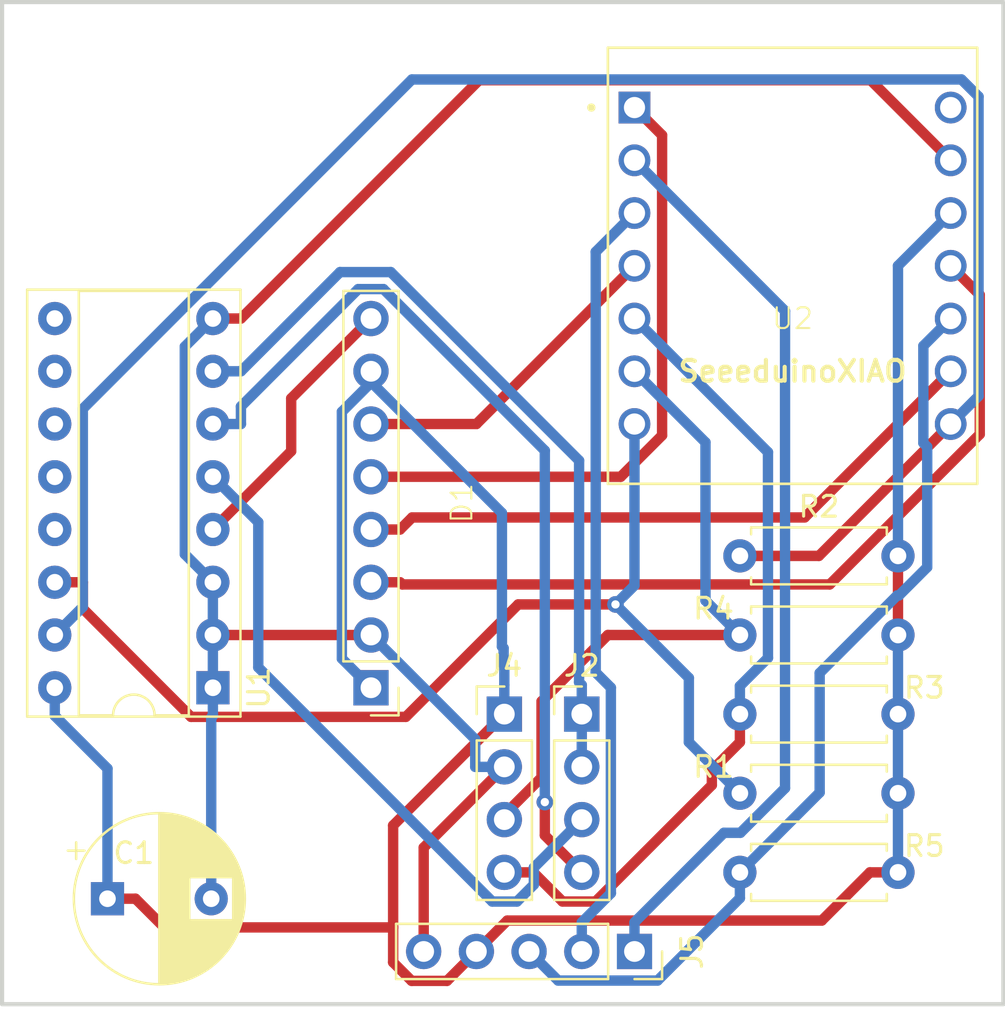
<source format=kicad_pcb>
(kicad_pcb (version 20221018) (generator pcbnew)
  (layers (0 "F.Cu" signal) (31 "B.Cu" signal) (34 "B.Paste" user) (35 "F.Paste" user) (36 "B.SilkS" user "B.Silkscreen") (37 "F.SilkS" user "F.Silkscreen") (38 "B.Mask" user) (39 "F.Mask" user) (44 "Edge.Cuts" user))
  (net 0 "")
  (net 1 "/VCC")
  (net 2 "/GND")
  (net 3 "/DIN")
  (net 4 "/CLK")
  (net 5 "/CS")
  (net 6 "/DC")
  (net 7 "/BL")
  (net 8 "/SDA")
  (net 9 "/SCL")
  (net 10 "/JROT1")
  (net 11 "/JROT2")
  (net 12 "/SCL2")
  (net 13 "/SDA2")
  (net 14 "/SW")
  (net 21 "/SW_DT")
  (net 22 "/SW_CLK")
  (net 23 "/OccBridge")
  (footprint "Resistor_THT:R_Axial_DIN0207_L6.3mm_D2.5mm_P7.62mm_Horizontal" (layer "F.Cu") (at 63.5 58.42)
    (fp_text reference "R4" (at -1.27 -1.27) (layer "F.SilkS"))
    (fp_text value "1K")
    (fp_line (start 0.54 -1.37) (end 7.08 -1.37) (stroke (width 0.12)) (layer "F.SilkS"))
    (fp_line (start 0.54 -1.04) (end 0.54 -1.37) (stroke (width 0.12)) (layer "F.SilkS"))
    (fp_line (start 0.54 1.04) (end 0.54 1.37) (stroke (width 0.12)) (layer "F.SilkS"))
    (fp_line (start 0.54 1.37) (end 7.08 1.37) (stroke (width 0.12)) (layer "F.SilkS"))
    (fp_line (start 7.08 -1.37) (end 7.08 -1.04) (stroke (width 0.12)) (layer "F.SilkS"))
    (fp_line (start 7.08 1.37) (end 7.08 1.04) (stroke (width 0.12)) (layer "F.SilkS"))
    (pad "1" thru_hole circle (at 0 0) (size 1.6 1.6) (drill 0.8) (layers "*.Cu" "*.Mask") (net 9 "/SCL"))
    (pad "2" thru_hole oval (at 7.62 0) (size 1.6 1.6) (drill 0.8) (layers "*.Cu" "*.Mask") (net 1 "/VCC"))
  )
  (footprint "Resistor_THT:R_Axial_DIN0207_L6.3mm_D2.5mm_P7.62mm_Horizontal" (layer "F.Cu") (at 63.5 69.85)
    (fp_text reference "R5" (at 8.89 -1.27) (layer "F.SilkS"))
    (fp_text value "1K")
    (fp_line (start 0.54 -1.37) (end 7.08 -1.37) (stroke (width 0.12)) (layer "F.SilkS"))
    (fp_line (start 0.54 -1.04) (end 0.54 -1.37) (stroke (width 0.12)) (layer "F.SilkS"))
    (fp_line (start 0.54 1.04) (end 0.54 1.37) (stroke (width 0.12)) (layer "F.SilkS"))
    (fp_line (start 0.54 1.37) (end 7.08 1.37) (stroke (width 0.12)) (layer "F.SilkS"))
    (fp_line (start 7.08 -1.37) (end 7.08 -1.04) (stroke (width 0.12)) (layer "F.SilkS"))
    (fp_line (start 7.08 1.37) (end 7.08 1.04) (stroke (width 0.12)) (layer "F.SilkS"))
    (pad "1" thru_hole circle (at 0 0) (size 1.6 1.6) (drill 0.8) (layers "*.Cu" "*.Mask") (net 14 "/SW"))
    (pad "2" thru_hole oval (at 7.62 0) (size 1.6 1.6) (drill 0.8) (layers "*.Cu" "*.Mask") (net 1 "/VCC"))
  )
  (footprint "Connector_PinSocket_2.54mm:PinSocket_1x05_P2.54mm_Vertical" (layer "F.Cu") (at 58.42 73.66 -90)
    (fp_text reference "J5" (at 0 -2.77 90) (layer "F.SilkS"))
    (fp_text value "Conn_01x05_Socket")
    (fp_line (start -1.33 1.27) (end -1.33 11.49) (stroke (width 0.12)) (layer "F.SilkS"))
    (fp_line (start -1.33 1.27) (end 1.33 1.27) (stroke (width 0.12)) (layer "F.SilkS"))
    (fp_line (start -1.33 11.49) (end 1.33 11.49) (stroke (width 0.12)) (layer "F.SilkS"))
    (fp_line (start 0 -1.33) (end 1.33 -1.33) (stroke (width 0.12)) (layer "F.SilkS"))
    (fp_line (start 1.33 -1.33) (end 1.33 0) (stroke (width 0.12)) (layer "F.SilkS"))
    (fp_line (start 1.33 1.27) (end 1.33 11.49) (stroke (width 0.12)) (layer "F.SilkS"))
    (pad "1" thru_hole rect (at 0 0 270) (size 1.7 1.7) (drill 1) (layers "*.Cu" "*.Mask") (net 22 "/SW_CLK"))
    (pad "2" thru_hole oval (at 0 2.54 270) (size 1.7 1.7) (drill 1) (layers "*.Cu" "*.Mask") (net 21 "/SW_DT"))
    (pad "3" thru_hole oval (at 0 5.08 270) (size 1.7 1.7) (drill 1) (layers "*.Cu" "*.Mask") (net 14 "/SW"))
    (pad "4" thru_hole oval (at 0 7.62 270) (size 1.7 1.7) (drill 1) (layers "*.Cu" "*.Mask") (net 1 "/VCC"))
    (pad "5" thru_hole oval (at 0 10.16 270) (size 1.7 1.7) (drill 1) (layers "*.Cu" "*.Mask") (net 2 "/GND"))
  )
  (footprint "OwnLibrary:JoyITDisplayRound2" (layer "F.Cu") (at 52.13 52.07 90)
    (fp_text reference "D1" (at 0 -2.032 90 unlocked) (layer "F.SilkS") (effects (font (thickness 0.1))))
    (fp_text value "JoyITDIsplayRound")
    (fp_line (start -10.22 -5.08) (end -10.22 -6.41) (stroke (width 0.12)) (layer "F.SilkS"))
    (fp_line (start -8.89 -5.08) (end -10.22 -5.08) (stroke (width 0.12)) (layer "F.SilkS"))
    (fp_line (start -7.62 -7.74) (end 10.22 -7.74) (stroke (width 0.12)) (layer "F.SilkS"))
    (fp_line (start -7.62 -5.08) (end -7.62 -7.74) (stroke (width 0.12)) (layer "F.SilkS"))
    (fp_line (start -7.62 -5.08) (end 10.22 -5.08) (stroke (width 0.12)) (layer "F.SilkS"))
    (fp_line (start 10.22 -5.08) (end 10.22 -7.74) (stroke (width 0.12)) (layer "F.SilkS"))
    (pad "1" thru_hole rect (at -8.89 -6.41 180) (size 1.7 1.7) (drill 1) (layers "*.Cu" "*.Mask") (net 1 "/VCC"))
    (pad "2" thru_hole oval (at -6.35 -6.41 180) (size 1.7 1.7) (drill 1) (layers "*.Cu" "*.Mask") (net 2 "/GND"))
    (pad "3" thru_hole oval (at -3.81 -6.41 180) (size 1.7 1.7) (drill 1) (layers "*.Cu" "*.Mask") (net 3 "/DIN"))
    (pad "4" thru_hole oval (at -1.27 -6.41 180) (size 1.7 1.7) (drill 1) (layers "*.Cu" "*.Mask") (net 4 "/CLK"))
    (pad "5" thru_hole oval (at 1.27 -6.41 180) (size 1.7 1.7) (drill 1) (layers "*.Cu" "*.Mask") (net 5 "/CS"))
    (pad "6" thru_hole oval (at 3.81 -6.41 180) (size 1.7 1.7) (drill 1) (layers "*.Cu" "*.Mask") (net 6 "/DC"))
    (pad "7" thru_hole oval (at 6.35 -6.41 180) (size 1.7 1.7) (drill 1) (layers "*.Cu" "*.Mask") (net 1 "/VCC"))
    (pad "8" thru_hole oval (at 8.89 -6.41 180) (size 1.7 1.7) (drill 1) (layers "*.Cu" "*.Mask") (net 7 "/BL"))
  )
  (footprint "Resistor_THT:R_Axial_DIN0207_L6.3mm_D2.5mm_P7.62mm_Horizontal" (layer "F.Cu") (at 63.5 66.04)
    (fp_text reference "R1" (at -1.27 -1.27) (layer "F.SilkS"))
    (fp_text value "1K")
    (fp_line (start 0.54 -1.37) (end 7.08 -1.37) (stroke (width 0.12)) (layer "F.SilkS"))
    (fp_line (start 0.54 -1.04) (end 0.54 -1.37) (stroke (width 0.12)) (layer "F.SilkS"))
    (fp_line (start 0.54 1.04) (end 0.54 1.37) (stroke (width 0.12)) (layer "F.SilkS"))
    (fp_line (start 0.54 1.37) (end 7.08 1.37) (stroke (width 0.12)) (layer "F.SilkS"))
    (fp_line (start 7.08 -1.37) (end 7.08 -1.04) (stroke (width 0.12)) (layer "F.SilkS"))
    (fp_line (start 7.08 1.37) (end 7.08 1.04) (stroke (width 0.12)) (layer "F.SilkS"))
    (pad "1" thru_hole circle (at 0 0) (size 1.6 1.6) (drill 0.8) (layers "*.Cu" "*.Mask") (net 12 "/SCL2"))
    (pad "2" thru_hole oval (at 7.62 0) (size 1.6 1.6) (drill 0.8) (layers "*.Cu" "*.Mask") (net 1 "/VCC"))
  )
  (footprint "Connector_PinHeader_2.54mm:PinHeader_1x04_P2.54mm_Vertical" (layer "F.Cu") (at 55.88 62.23)
    (fp_text reference "J2" (at 0 -2.33) (layer "F.SilkS"))
    (fp_text value "Conn_01x04_Pin")
    (fp_line (start -1.33 -1.33) (end 0 -1.33) (stroke (width 0.12)) (layer "F.SilkS"))
    (fp_line (start -1.33 0) (end -1.33 -1.33) (stroke (width 0.12)) (layer "F.SilkS"))
    (fp_line (start -1.33 1.27) (end -1.33 8.95) (stroke (width 0.12)) (layer "F.SilkS"))
    (fp_line (start -1.33 1.27) (end 1.33 1.27) (stroke (width 0.12)) (layer "F.SilkS"))
    (fp_line (start -1.33 8.95) (end 1.33 8.95) (stroke (width 0.12)) (layer "F.SilkS"))
    (fp_line (start 1.33 1.27) (end 1.33 8.95) (stroke (width 0.12)) (layer "F.SilkS"))
    (pad "1" thru_hole rect (at 0 0) (size 1.7 1.7) (drill 1) (layers "*.Cu" "*.Mask") (net 23 "/OccBridge"))
    (pad "2" thru_hole oval (at 0 2.54) (size 1.7 1.7) (drill 1) (layers "*.Cu" "*.Mask") (net 23 "/OccBridge"))
    (pad "3" thru_hole oval (at 0 5.08) (size 1.7 1.7) (drill 1) (layers "*.Cu" "*.Mask") (net 10 "/JROT1"))
    (pad "4" thru_hole oval (at 0 7.62) (size 1.7 1.7) (drill 1) (layers "*.Cu" "*.Mask") (net 11 "/JROT2"))
  )
  (footprint "Connector_PinHeader_2.54mm:PinHeader_1x04_P2.54mm_Vertical" (layer "F.Cu") (at 52.1467 62.23)
    (fp_text reference "J4" (at 0 -2.33) (layer "F.SilkS"))
    (fp_text value "Conn_01x04_Pin")
    (fp_line (start -1.33 -1.33) (end 0 -1.33) (stroke (width 0.12)) (layer "F.SilkS"))
    (fp_line (start -1.33 0) (end -1.33 -1.33) (stroke (width 0.12)) (layer "F.SilkS"))
    (fp_line (start -1.33 1.27) (end -1.33 8.95) (stroke (width 0.12)) (layer "F.SilkS"))
    (fp_line (start -1.33 1.27) (end 1.33 1.27) (stroke (width 0.12)) (layer "F.SilkS"))
    (fp_line (start -1.33 8.95) (end 1.33 8.95) (stroke (width 0.12)) (layer "F.SilkS"))
    (fp_line (start 1.33 1.27) (end 1.33 8.95) (stroke (width 0.12)) (layer "F.SilkS"))
    (pad "1" thru_hole rect (at 0 0) (size 1.7 1.7) (drill 1) (layers "*.Cu" "*.Mask") (net 1 "/VCC"))
    (pad "2" thru_hole oval (at 0 2.54) (size 1.7 1.7) (drill 1) (layers "*.Cu" "*.Mask") (net 2 "/GND"))
    (pad "3" thru_hole oval (at 0 5.08) (size 1.7 1.7) (drill 1) (layers "*.Cu" "*.Mask") (net 9 "/SCL"))
    (pad "4" thru_hole oval (at 0 7.62) (size 1.7 1.7) (drill 1) (layers "*.Cu" "*.Mask") (net 8 "/SDA"))
  )
  (footprint "Seeeduino XIAOmod:MODULE_102010388" (layer "F.Cu") (at 66.04 40.64)
    (fp_text reference "U2" (at 0 2.54) (layer "F.SilkS") (effects (font (thickness 0.1))))
    (fp_text value "SeeeduinoXIAO" (at 0 5.08) (layer "F.SilkS") (effects (font (thickness 0.2))))
    (fp_line (start -8.9 -10.5) (end -8.9 10.5) (stroke (width 0.127)) (layer "F.SilkS"))
    (fp_line (start -8.9 10.5) (end 8.9 10.5) (stroke (width 0.127)) (layer "F.SilkS"))
    (fp_line (start 8.9 -10.5) (end -8.9 -10.5) (stroke (width 0.127)) (layer "F.SilkS"))
    (fp_line (start 8.9 10.5) (end 8.9 -10.5) (stroke (width 0.127)) (layer "F.SilkS"))
    (fp_circle (center -9.7 -7.62) (end -9.6 -7.62) (stroke (width 0.2)) (fill none) (layer "F.SilkS"))
    (pad "1" thru_hole rect (at -7.62 -7.62) (size 1.53 1.53) (drill 1.02) (layers "*.Cu" "*.Mask") (net 5 "/CS"))
    (pad "2" thru_hole circle (at -7.62 -5.08) (size 1.53 1.53) (drill 1.02) (layers "*.Cu" "*.Mask") (net 22 "/SW_CLK"))
    (pad "3" thru_hole circle (at -7.62 -2.54) (size 1.53 1.53) (drill 1.02) (layers "*.Cu" "*.Mask") (net 21 "/SW_DT"))
    (pad "4" thru_hole circle (at -7.62 0) (size 1.53 1.53) (drill 1.02) (layers "*.Cu" "*.Mask") (net 6 "/DC"))
    (pad "5" thru_hole circle (at -7.62 2.54) (size 1.53 1.53) (drill 1.02) (layers "*.Cu" "*.Mask") (net 8 "/SDA"))
    (pad "6" thru_hole circle (at -7.62 5.08) (size 1.53 1.53) (drill 1.02) (layers "*.Cu" "*.Mask") (net 9 "/SCL"))
    (pad "7" thru_hole circle (at -7.62 7.62) (size 1.53 1.53) (drill 1.02) (layers "*.Cu" "*.Mask") (net 12 "/SCL2"))
    (pad "8" thru_hole circle (at 7.62 7.62) (size 1.53 1.53) (drill 1.02) (layers "*.Cu" "*.Mask") (net 13 "/SDA2"))
    (pad "9" thru_hole circle (at 7.62 5.08) (size 1.53 1.53) (drill 1.02) (layers "*.Cu" "*.Mask") (net 4 "/CLK"))
    (pad "10" thru_hole circle (at 7.62 2.54) (size 1.53 1.53) (drill 1.02) (layers "*.Cu" "*.Mask") (net 14 "/SW"))
    (pad "11" thru_hole circle (at 7.62 0) (size 1.53 1.53) (drill 1.02) (layers "*.Cu" "*.Mask") (net 3 "/DIN"))
    (pad "12" thru_hole circle (at 7.62 -2.54) (size 1.53 1.53) (drill 1.02) (layers "*.Cu" "*.Mask") (net 1 "/VCC"))
    (pad "13" thru_hole circle (at 7.62 -5.08) (size 1.53 1.53) (drill 1.02) (layers "*.Cu" "*.Mask") (net 2 "/GND"))
    (pad "14" thru_hole circle (at 7.62 -7.62) (size 1.53 1.53) (drill 1.02) (layers "*.Cu" "*.Mask"))
  )
  (footprint "Capacitor_THT:CP_Radial_D8.0mm_P5.00mm" (layer "F.Cu") (at 33.02 71.12)
    (fp_text reference "C1" (at 1.267535 -2.198659) (layer "F.SilkS"))
    (fp_text value "C_Polarized")
    (fp_line (start -1.909698 -2.315) (end -1.109698 -2.315) (stroke (width 0.12)) (layer "F.SilkS"))
    (fp_line (start -1.509698 -2.715) (end -1.509698 -1.915) (stroke (width 0.12)) (layer "F.SilkS"))
    (fp_line (start 2.5 -4.08) (end 2.5 4.08) (stroke (width 0.12)) (layer "F.SilkS"))
    (fp_line (start 2.54 -4.08) (end 2.54 4.08) (stroke (width 0.12)) (layer "F.SilkS"))
    (fp_line (start 2.58 -4.08) (end 2.58 4.08) (stroke (width 0.12)) (layer "F.SilkS"))
    (fp_line (start 2.62 -4.079) (end 2.62 4.079) (stroke (width 0.12)) (layer "F.SilkS"))
    (fp_line (start 2.66 -4.077) (end 2.66 4.077) (stroke (width 0.12)) (layer "F.SilkS"))
    (fp_line (start 2.7 -4.076) (end 2.7 4.076) (stroke (width 0.12)) (layer "F.SilkS"))
    (fp_line (start 2.74 -4.074) (end 2.74 4.074) (stroke (width 0.12)) (layer "F.SilkS"))
    (fp_line (start 2.78 -4.071) (end 2.78 4.071) (stroke (width 0.12)) (layer "F.SilkS"))
    (fp_line (start 2.82 -4.068) (end 2.82 4.068) (stroke (width 0.12)) (layer "F.SilkS"))
    (fp_line (start 2.86 -4.065) (end 2.86 4.065) (stroke (width 0.12)) (layer "F.SilkS"))
    (fp_line (start 2.9 -4.061) (end 2.9 4.061) (stroke (width 0.12)) (layer "F.SilkS"))
    (fp_line (start 2.94 -4.057) (end 2.94 4.057) (stroke (width 0.12)) (layer "F.SilkS"))
    (fp_line (start 2.98 -4.052) (end 2.98 4.052) (stroke (width 0.12)) (layer "F.SilkS"))
    (fp_line (start 3.02 -4.048) (end 3.02 4.048) (stroke (width 0.12)) (layer "F.SilkS"))
    (fp_line (start 3.06 -4.042) (end 3.06 4.042) (stroke (width 0.12)) (layer "F.SilkS"))
    (fp_line (start 3.1 -4.037) (end 3.1 4.037) (stroke (width 0.12)) (layer "F.SilkS"))
    (fp_line (start 3.14 -4.03) (end 3.14 4.03) (stroke (width 0.12)) (layer "F.SilkS"))
    (fp_line (start 3.18 -4.024) (end 3.18 4.024) (stroke (width 0.12)) (layer "F.SilkS"))
    (fp_line (start 3.221 -4.017) (end 3.221 4.017) (stroke (width 0.12)) (layer "F.SilkS"))
    (fp_line (start 3.261 -4.01) (end 3.261 4.01) (stroke (width 0.12)) (layer "F.SilkS"))
    (fp_line (start 3.301 -4.002) (end 3.301 4.002) (stroke (width 0.12)) (layer "F.SilkS"))
    (fp_line (start 3.341 -3.994) (end 3.341 3.994) (stroke (width 0.12)) (layer "F.SilkS"))
    (fp_line (start 3.381 -3.985) (end 3.381 3.985) (stroke (width 0.12)) (layer "F.SilkS"))
    (fp_line (start 3.421 -3.976) (end 3.421 3.976) (stroke (width 0.12)) (layer "F.SilkS"))
    (fp_line (start 3.461 -3.967) (end 3.461 3.967) (stroke (width 0.12)) (layer "F.SilkS"))
    (fp_line (start 3.501 -3.957) (end 3.501 3.957) (stroke (width 0.12)) (layer "F.SilkS"))
    (fp_line (start 3.541 -3.947) (end 3.541 3.947) (stroke (width 0.12)) (layer "F.SilkS"))
    (fp_line (start 3.581 -3.936) (end 3.581 3.936) (stroke (width 0.12)) (layer "F.SilkS"))
    (fp_line (start 3.621 -3.925) (end 3.621 3.925) (stroke (width 0.12)) (layer "F.SilkS"))
    (fp_line (start 3.661 -3.914) (end 3.661 3.914) (stroke (width 0.12)) (layer "F.SilkS"))
    (fp_line (start 3.701 -3.902) (end 3.701 3.902) (stroke (width 0.12)) (layer "F.SilkS"))
    (fp_line (start 3.741 -3.889) (end 3.741 3.889) (stroke (width 0.12)) (layer "F.SilkS"))
    (fp_line (start 3.781 -3.877) (end 3.781 3.877) (stroke (width 0.12)) (layer "F.SilkS"))
    (fp_line (start 3.821 -3.863) (end 3.821 3.863) (stroke (width 0.12)) (layer "F.SilkS"))
    (fp_line (start 3.861 -3.85) (end 3.861 3.85) (stroke (width 0.12)) (layer "F.SilkS"))
    (fp_line (start 3.901 -3.835) (end 3.901 3.835) (stroke (width 0.12)) (layer "F.SilkS"))
    (fp_line (start 3.941 -3.821) (end 3.941 3.821) (stroke (width 0.12)) (layer "F.SilkS"))
    (fp_line (start 3.981 -3.805) (end 3.981 -1.04) (stroke (width 0.12)) (layer "F.SilkS"))
    (fp_line (start 3.981 1.04) (end 3.981 3.805) (stroke (width 0.12)) (layer "F.SilkS"))
    (fp_line (start 4.021 -3.79) (end 4.021 -1.04) (stroke (width 0.12)) (layer "F.SilkS"))
    (fp_line (start 4.021 1.04) (end 4.021 3.79) (stroke (width 0.12)) (layer "F.SilkS"))
    (fp_line (start 4.061 -3.774) (end 4.061 -1.04) (stroke (width 0.12)) (layer "F.SilkS"))
    (fp_line (start 4.061 1.04) (end 4.061 3.774) (stroke (width 0.12)) (layer "F.SilkS"))
    (fp_line (start 4.101 -3.757) (end 4.101 -1.04) (stroke (width 0.12)) (layer "F.SilkS"))
    (fp_line (start 4.101 1.04) (end 4.101 3.757) (stroke (width 0.12)) (layer "F.SilkS"))
    (fp_line (start 4.141 -3.74) (end 4.141 -1.04) (stroke (width 0.12)) (layer "F.SilkS"))
    (fp_line (start 4.141 1.04) (end 4.141 3.74) (stroke (width 0.12)) (layer "F.SilkS"))
    (fp_line (start 4.181 -3.722) (end 4.181 -1.04) (stroke (width 0.12)) (layer "F.SilkS"))
    (fp_line (start 4.181 1.04) (end 4.181 3.722) (stroke (width 0.12)) (layer "F.SilkS"))
    (fp_line (start 4.221 -3.704) (end 4.221 -1.04) (stroke (width 0.12)) (layer "F.SilkS"))
    (fp_line (start 4.221 1.04) (end 4.221 3.704) (stroke (width 0.12)) (layer "F.SilkS"))
    (fp_line (start 4.261 -3.686) (end 4.261 -1.04) (stroke (width 0.12)) (layer "F.SilkS"))
    (fp_line (start 4.261 1.04) (end 4.261 3.686) (stroke (width 0.12)) (layer "F.SilkS"))
    (fp_line (start 4.301 -3.666) (end 4.301 -1.04) (stroke (width 0.12)) (layer "F.SilkS"))
    (fp_line (start 4.301 1.04) (end 4.301 3.666) (stroke (width 0.12)) (layer "F.SilkS"))
    (fp_line (start 4.341 -3.647) (end 4.341 -1.04) (stroke (width 0.12)) (layer "F.SilkS"))
    (fp_line (start 4.341 1.04) (end 4.341 3.647) (stroke (width 0.12)) (layer "F.SilkS"))
    (fp_line (start 4.381 -3.627) (end 4.381 -1.04) (stroke (width 0.12)) (layer "F.SilkS"))
    (fp_line (start 4.381 1.04) (end 4.381 3.627) (stroke (width 0.12)) (layer "F.SilkS"))
    (fp_line (start 4.421 -3.606) (end 4.421 -1.04) (stroke (width 0.12)) (layer "F.SilkS"))
    (fp_line (start 4.421 1.04) (end 4.421 3.606) (stroke (width 0.12)) (layer "F.SilkS"))
    (fp_line (start 4.461 -3.584) (end 4.461 -1.04) (stroke (width 0.12)) (layer "F.SilkS"))
    (fp_line (start 4.461 1.04) (end 4.461 3.584) (stroke (width 0.12)) (layer "F.SilkS"))
    (fp_line (start 4.501 -3.562) (end 4.501 -1.04) (stroke (width 0.12)) (layer "F.SilkS"))
    (fp_line (start 4.501 1.04) (end 4.501 3.562) (stroke (width 0.12)) (layer "F.SilkS"))
    (fp_line (start 4.541 -3.54) (end 4.541 -1.04) (stroke (width 0.12)) (layer "F.SilkS"))
    (fp_line (start 4.541 1.04) (end 4.541 3.54) (stroke (width 0.12)) (layer "F.SilkS"))
    (fp_line (start 4.581 -3.517) (end 4.581 -1.04) (stroke (width 0.12)) (layer "F.SilkS"))
    (fp_line (start 4.581 1.04) (end 4.581 3.517) (stroke (width 0.12)) (layer "F.SilkS"))
    (fp_line (start 4.621 -3.493) (end 4.621 -1.04) (stroke (width 0.12)) (layer "F.SilkS"))
    (fp_line (start 4.621 1.04) (end 4.621 3.493) (stroke (width 0.12)) (layer "F.SilkS"))
    (fp_line (start 4.661 -3.469) (end 4.661 -1.04) (stroke (width 0.12)) (layer "F.SilkS"))
    (fp_line (start 4.661 1.04) (end 4.661 3.469) (stroke (width 0.12)) (layer "F.SilkS"))
    (fp_line (start 4.701 -3.444) (end 4.701 -1.04) (stroke (width 0.12)) (layer "F.SilkS"))
    (fp_line (start 4.701 1.04) (end 4.701 3.444) (stroke (width 0.12)) (layer "F.SilkS"))
    (fp_line (start 4.741 -3.418) (end 4.741 -1.04) (stroke (width 0.12)) (layer "F.SilkS"))
    (fp_line (start 4.741 1.04) (end 4.741 3.418) (stroke (width 0.12)) (layer "F.SilkS"))
    (fp_line (start 4.781 -3.392) (end 4.781 -1.04) (stroke (width 0.12)) (layer "F.SilkS"))
    (fp_line (start 4.781 1.04) (end 4.781 3.392) (stroke (width 0.12)) (layer "F.SilkS"))
    (fp_line (start 4.821 -3.365) (end 4.821 -1.04) (stroke (width 0.12)) (layer "F.SilkS"))
    (fp_line (start 4.821 1.04) (end 4.821 3.365) (stroke (width 0.12)) (layer "F.SilkS"))
    (fp_line (start 4.861 -3.338) (end 4.861 -1.04) (stroke (width 0.12)) (layer "F.SilkS"))
    (fp_line (start 4.861 1.04) (end 4.861 3.338) (stroke (width 0.12)) (layer "F.SilkS"))
    (fp_line (start 4.901 -3.309) (end 4.901 -1.04) (stroke (width 0.12)) (layer "F.SilkS"))
    (fp_line (start 4.901 1.04) (end 4.901 3.309) (stroke (width 0.12)) (layer "F.SilkS"))
    (fp_line (start 4.941 -3.28) (end 4.941 -1.04) (stroke (width 0.12)) (layer "F.SilkS"))
    (fp_line (start 4.941 1.04) (end 4.941 3.28) (stroke (width 0.12)) (layer "F.SilkS"))
    (fp_line (start 4.981 -3.25) (end 4.981 -1.04) (stroke (width 0.12)) (layer "F.SilkS"))
    (fp_line (start 4.981 1.04) (end 4.981 3.25) (stroke (width 0.12)) (layer "F.SilkS"))
    (fp_line (start 5.021 -3.22) (end 5.021 -1.04) (stroke (width 0.12)) (layer "F.SilkS"))
    (fp_line (start 5.021 1.04) (end 5.021 3.22) (stroke (width 0.12)) (layer "F.SilkS"))
    (fp_line (start 5.061 -3.189) (end 5.061 -1.04) (stroke (width 0.12)) (layer "F.SilkS"))
    (fp_line (start 5.061 1.04) (end 5.061 3.189) (stroke (width 0.12)) (layer "F.SilkS"))
    (fp_line (start 5.101 -3.156) (end 5.101 -1.04) (stroke (width 0.12)) (layer "F.SilkS"))
    (fp_line (start 5.101 1.04) (end 5.101 3.156) (stroke (width 0.12)) (layer "F.SilkS"))
    (fp_line (start 5.141 -3.124) (end 5.141 -1.04) (stroke (width 0.12)) (layer "F.SilkS"))
    (fp_line (start 5.141 1.04) (end 5.141 3.124) (stroke (width 0.12)) (layer "F.SilkS"))
    (fp_line (start 5.181 -3.09) (end 5.181 -1.04) (stroke (width 0.12)) (layer "F.SilkS"))
    (fp_line (start 5.181 1.04) (end 5.181 3.09) (stroke (width 0.12)) (layer "F.SilkS"))
    (fp_line (start 5.221 -3.055) (end 5.221 -1.04) (stroke (width 0.12)) (layer "F.SilkS"))
    (fp_line (start 5.221 1.04) (end 5.221 3.055) (stroke (width 0.12)) (layer "F.SilkS"))
    (fp_line (start 5.261 -3.019) (end 5.261 -1.04) (stroke (width 0.12)) (layer "F.SilkS"))
    (fp_line (start 5.261 1.04) (end 5.261 3.019) (stroke (width 0.12)) (layer "F.SilkS"))
    (fp_line (start 5.301 -2.983) (end 5.301 -1.04) (stroke (width 0.12)) (layer "F.SilkS"))
    (fp_line (start 5.301 1.04) (end 5.301 2.983) (stroke (width 0.12)) (layer "F.SilkS"))
    (fp_line (start 5.341 -2.945) (end 5.341 -1.04) (stroke (width 0.12)) (layer "F.SilkS"))
    (fp_line (start 5.341 1.04) (end 5.341 2.945) (stroke (width 0.12)) (layer "F.SilkS"))
    (fp_line (start 5.381 -2.907) (end 5.381 -1.04) (stroke (width 0.12)) (layer "F.SilkS"))
    (fp_line (start 5.381 1.04) (end 5.381 2.907) (stroke (width 0.12)) (layer "F.SilkS"))
    (fp_line (start 5.421 -2.867) (end 5.421 -1.04) (stroke (width 0.12)) (layer "F.SilkS"))
    (fp_line (start 5.421 1.04) (end 5.421 2.867) (stroke (width 0.12)) (layer "F.SilkS"))
    (fp_line (start 5.461 -2.826) (end 5.461 -1.04) (stroke (width 0.12)) (layer "F.SilkS"))
    (fp_line (start 5.461 1.04) (end 5.461 2.826) (stroke (width 0.12)) (layer "F.SilkS"))
    (fp_line (start 5.501 -2.784) (end 5.501 -1.04) (stroke (width 0.12)) (layer "F.SilkS"))
    (fp_line (start 5.501 1.04) (end 5.501 2.784) (stroke (width 0.12)) (layer "F.SilkS"))
    (fp_line (start 5.541 -2.741) (end 5.541 -1.04) (stroke (width 0.12)) (layer "F.SilkS"))
    (fp_line (start 5.541 1.04) (end 5.541 2.741) (stroke (width 0.12)) (layer "F.SilkS"))
    (fp_line (start 5.581 -2.697) (end 5.581 -1.04) (stroke (width 0.12)) (layer "F.SilkS"))
    (fp_line (start 5.581 1.04) (end 5.581 2.697) (stroke (width 0.12)) (layer "F.SilkS"))
    (fp_line (start 5.621 -2.651) (end 5.621 -1.04) (stroke (width 0.12)) (layer "F.SilkS"))
    (fp_line (start 5.621 1.04) (end 5.621 2.651) (stroke (width 0.12)) (layer "F.SilkS"))
    (fp_line (start 5.661 -2.604) (end 5.661 -1.04) (stroke (width 0.12)) (layer "F.SilkS"))
    (fp_line (start 5.661 1.04) (end 5.661 2.604) (stroke (width 0.12)) (layer "F.SilkS"))
    (fp_line (start 5.701 -2.556) (end 5.701 -1.04) (stroke (width 0.12)) (layer "F.SilkS"))
    (fp_line (start 5.701 1.04) (end 5.701 2.556) (stroke (width 0.12)) (layer "F.SilkS"))
    (fp_line (start 5.741 -2.505) (end 5.741 -1.04) (stroke (width 0.12)) (layer "F.SilkS"))
    (fp_line (start 5.741 1.04) (end 5.741 2.505) (stroke (width 0.12)) (layer "F.SilkS"))
    (fp_line (start 5.781 -2.454) (end 5.781 -1.04) (stroke (width 0.12)) (layer "F.SilkS"))
    (fp_line (start 5.781 1.04) (end 5.781 2.454) (stroke (width 0.12)) (layer "F.SilkS"))
    (fp_line (start 5.821 -2.4) (end 5.821 -1.04) (stroke (width 0.12)) (layer "F.SilkS"))
    (fp_line (start 5.821 1.04) (end 5.821 2.4) (stroke (width 0.12)) (layer "F.SilkS"))
    (fp_line (start 5.861 -2.345) (end 5.861 -1.04) (stroke (width 0.12)) (layer "F.SilkS"))
    (fp_line (start 5.861 1.04) (end 5.861 2.345) (stroke (width 0.12)) (layer "F.SilkS"))
    (fp_line (start 5.901 -2.287) (end 5.901 -1.04) (stroke (width 0.12)) (layer "F.SilkS"))
    (fp_line (start 5.901 1.04) (end 5.901 2.287) (stroke (width 0.12)) (layer "F.SilkS"))
    (fp_line (start 5.941 -2.228) (end 5.941 -1.04) (stroke (width 0.12)) (layer "F.SilkS"))
    (fp_line (start 5.941 1.04) (end 5.941 2.228) (stroke (width 0.12)) (layer "F.SilkS"))
    (fp_line (start 5.981 -2.166) (end 5.981 -1.04) (stroke (width 0.12)) (layer "F.SilkS"))
    (fp_line (start 5.981 1.04) (end 5.981 2.166) (stroke (width 0.12)) (layer "F.SilkS"))
    (fp_line (start 6.021 -2.102) (end 6.021 -1.04) (stroke (width 0.12)) (layer "F.SilkS"))
    (fp_line (start 6.021 1.04) (end 6.021 2.102) (stroke (width 0.12)) (layer "F.SilkS"))
    (fp_line (start 6.061 -2.034) (end 6.061 2.034) (stroke (width 0.12)) (layer "F.SilkS"))
    (fp_line (start 6.101 -1.964) (end 6.101 1.964) (stroke (width 0.12)) (layer "F.SilkS"))
    (fp_line (start 6.141 -1.89) (end 6.141 1.89) (stroke (width 0.12)) (layer "F.SilkS"))
    (fp_line (start 6.181 -1.813) (end 6.181 1.813) (stroke (width 0.12)) (layer "F.SilkS"))
    (fp_line (start 6.221 -1.731) (end 6.221 1.731) (stroke (width 0.12)) (layer "F.SilkS"))
    (fp_line (start 6.261 -1.645) (end 6.261 1.645) (stroke (width 0.12)) (layer "F.SilkS"))
    (fp_line (start 6.301 -1.552) (end 6.301 1.552) (stroke (width 0.12)) (layer "F.SilkS"))
    (fp_line (start 6.341 -1.453) (end 6.341 1.453) (stroke (width 0.12)) (layer "F.SilkS"))
    (fp_line (start 6.381 -1.346) (end 6.381 1.346) (stroke (width 0.12)) (layer "F.SilkS"))
    (fp_line (start 6.421 -1.229) (end 6.421 1.229) (stroke (width 0.12)) (layer "F.SilkS"))
    (fp_line (start 6.461 -1.098) (end 6.461 1.098) (stroke (width 0.12)) (layer "F.SilkS"))
    (fp_line (start 6.501 -0.948) (end 6.501 0.948) (stroke (width 0.12)) (layer "F.SilkS"))
    (fp_line (start 6.541 -0.768) (end 6.541 0.768) (stroke (width 0.12)) (layer "F.SilkS"))
    (fp_line (start 6.581 -0.533) (end 6.581 0.533) (stroke (width 0.12)) (layer "F.SilkS"))
    (fp_circle (center 2.5 0) (end 6.62 0) (stroke (width 0.12)) (fill none) (layer "F.SilkS"))
    (pad "1" thru_hole rect (at 0 0) (size 1.6 1.6) (drill 0.8) (layers "*.Cu" "*.Mask") (net 1 "/VCC"))
    (pad "2" thru_hole circle (at 5 0) (size 1.6 1.6) (drill 0.8) (layers "*.Cu" "*.Mask") (net 2 "/GND"))
  )
  (footprint "Resistor_THT:R_Axial_DIN0207_L6.3mm_D2.5mm_P7.62mm_Horizontal" (layer "F.Cu") (at 63.5 54.61)
    (fp_text reference "R2" (at 3.81 -2.37) (layer "F.SilkS"))
    (fp_text value "1K")
    (fp_line (start 0.54 -1.37) (end 7.08 -1.37) (stroke (width 0.12)) (layer "F.SilkS"))
    (fp_line (start 0.54 -1.04) (end 0.54 -1.37) (stroke (width 0.12)) (layer "F.SilkS"))
    (fp_line (start 0.54 1.04) (end 0.54 1.37) (stroke (width 0.12)) (layer "F.SilkS"))
    (fp_line (start 0.54 1.37) (end 7.08 1.37) (stroke (width 0.12)) (layer "F.SilkS"))
    (fp_line (start 7.08 -1.37) (end 7.08 -1.04) (stroke (width 0.12)) (layer "F.SilkS"))
    (fp_line (start 7.08 1.37) (end 7.08 1.04) (stroke (width 0.12)) (layer "F.SilkS"))
    (pad "1" thru_hole circle (at 0 0) (size 1.6 1.6) (drill 0.8) (layers "*.Cu" "*.Mask") (net 13 "/SDA2"))
    (pad "2" thru_hole oval (at 7.62 0) (size 1.6 1.6) (drill 0.8) (layers "*.Cu" "*.Mask") (net 1 "/VCC"))
  )
  (footprint "Package_DIP:DIP-16_W7.62mm_Socket" (layer "F.Cu") (at 38.1 60.96 180)
    (fp_text reference "U1" (at -2.21017 -0.001815 90) (layer "F.SilkS"))
    (fp_text value "PCF8574A")
    (fp_line (start -1.33 -1.39) (end -1.33 19.17) (stroke (width 0.12)) (layer "F.SilkS"))
    (fp_line (start -1.33 19.17) (end 8.95 19.17) (stroke (width 0.12)) (layer "F.SilkS"))
    (fp_line (start 1.16 -1.33) (end 1.16 19.11) (stroke (width 0.12)) (layer "F.SilkS"))
    (fp_line (start 1.16 19.11) (end 6.46 19.11) (stroke (width 0.12)) (layer "F.SilkS"))
    (fp_line (start 2.81 -1.33) (end 1.16 -1.33) (stroke (width 0.12)) (layer "F.SilkS"))
    (fp_line (start 6.46 -1.33) (end 4.81 -1.33) (stroke (width 0.12)) (layer "F.SilkS"))
    (fp_line (start 6.46 19.11) (end 6.46 -1.33) (stroke (width 0.12)) (layer "F.SilkS"))
    (fp_line (start 8.95 -1.39) (end -1.33 -1.39) (stroke (width 0.12)) (layer "F.SilkS"))
    (fp_line (start 8.95 19.17) (end 8.95 -1.39) (stroke (width 0.12)) (layer "F.SilkS"))
    (fp_arc (start 4.81 -1.33) (mid 3.81 -0.33) (end 2.81 -1.33) (stroke (width 0.12)) (layer "F.SilkS"))
    (pad "1" thru_hole rect (at 0 0 180) (size 1.6 1.6) (drill 0.8) (layers "*.Cu" "*.Mask") (net 2 "/GND"))
    (pad "2" thru_hole oval (at 0 2.54 180) (size 1.6 1.6) (drill 0.8) (layers "*.Cu" "*.Mask") (net 2 "/GND"))
    (pad "3" thru_hole oval (at 0 5.08 180) (size 1.6 1.6) (drill 0.8) (layers "*.Cu" "*.Mask") (net 2 "/GND"))
    (pad "4" thru_hole oval (at 0 7.62 180) (size 1.6 1.6) (drill 0.8) (layers "*.Cu" "*.Mask") (net 7 "/BL"))
    (pad "5" thru_hole oval (at 0 10.16 180) (size 1.6 1.6) (drill 0.8) (layers "*.Cu" "*.Mask") (net 10 "/JROT1"))
    (pad "6" thru_hole oval (at 0 12.7 180) (size 1.6 1.6) (drill 0.8) (layers "*.Cu" "*.Mask") (net 11 "/JROT2"))
    (pad "7" thru_hole oval (at 0 15.24 180) (size 1.6 1.6) (drill 0.8) (layers "*.Cu" "*.Mask") (net 23 "/OccBridge"))
    (pad "8" thru_hole oval (at 0 17.78 180) (size 1.6 1.6) (drill 0.8) (layers "*.Cu" "*.Mask") (net 2 "/GND"))
    (pad "9" thru_hole oval (at 7.62 17.78 180) (size 1.6 1.6) (drill 0.8) (layers "*.Cu" "*.Mask"))
    (pad "10" thru_hole oval (at 7.62 15.24 180) (size 1.6 1.6) (drill 0.8) (layers "*.Cu" "*.Mask"))
    (pad "11" thru_hole oval (at 7.62 12.7 180) (size 1.6 1.6) (drill 0.8) (layers "*.Cu" "*.Mask"))
    (pad "12" thru_hole oval (at 7.62 10.16 180) (size 1.6 1.6) (drill 0.8) (layers "*.Cu" "*.Mask"))
    (pad "13" thru_hole oval (at 7.62 7.62 180) (size 1.6 1.6) (drill 0.8) (layers "*.Cu" "*.Mask"))
    (pad "14" thru_hole oval (at 7.62 5.08 180) (size 1.6 1.6) (drill 0.8) (layers "*.Cu" "*.Mask") (net 12 "/SCL2"))
    (pad "15" thru_hole oval (at 7.62 2.54 180) (size 1.6 1.6) (drill 0.8) (layers "*.Cu" "*.Mask") (net 13 "/SDA2"))
    (pad "16" thru_hole oval (at 7.62 0 180) (size 1.6 1.6) (drill 0.8) (layers "*.Cu" "*.Mask") (net 1 "/VCC"))
  )
  (footprint "Resistor_THT:R_Axial_DIN0207_L6.3mm_D2.5mm_P7.62mm_Horizontal" (layer "F.Cu") (at 71.12 62.23 180)
    (fp_text reference "R3" (at -1.27 1.27) (layer "F.SilkS"))
    (fp_text value "R")
    (fp_line (start 0.54 -1.37) (end 7.08 -1.37) (stroke (width 0.12)) (layer "F.SilkS"))
    (fp_line (start 0.54 -1.04) (end 0.54 -1.37) (stroke (width 0.12)) (layer "F.SilkS"))
    (fp_line (start 0.54 1.04) (end 0.54 1.37) (stroke (width 0.12)) (layer "F.SilkS"))
    (fp_line (start 0.54 1.37) (end 7.08 1.37) (stroke (width 0.12)) (layer "F.SilkS"))
    (fp_line (start 7.08 -1.37) (end 7.08 -1.04) (stroke (width 0.12)) (layer "F.SilkS"))
    (fp_line (start 7.08 1.37) (end 7.08 1.04) (stroke (width 0.12)) (layer "F.SilkS"))
    (pad "1" thru_hole circle (at 0 0 180) (size 1.6 1.6) (drill 0.8) (layers "*.Cu" "*.Mask") (net 1 "/VCC"))
    (pad "2" thru_hole oval (at 7.62 0 180) (size 1.6 1.6) (drill 0.8) (layers "*.Cu" "*.Mask") (net 8 "/SDA"))
  )
  (gr_rect locked (start 27.94 27.94) (end 76.2 76.2) (stroke (width 0.2)) (fill none) (layer "Edge.Cuts"))
  (segment (start 46.7875 72.5002) (end 46.7875 67.5892) (width 0.5) (layer "F.Cu") (net 1))
  (segment (start 50.8 73.66) (end 52.2886 72.1714) (width 0.5) (layer "F.Cu") (net 1))
  (segment (start 49.3844 75.0756) (end 47.6795 75.0756) (width 0.5) (layer "F.Cu") (net 1))
  (segment (start 46.7875 67.5892) (end 52.1467 62.23) (width 0.5) (layer "F.Cu") (net 1))
  (segment (start 52.2886 72.1714) (end 67.4467 72.1714) (width 0.5) (layer "F.Cu") (net 1))
  (segment (start 34.3719 71.12) (end 35.7521 72.5002) (width 0.5) (layer "F.Cu") (net 1))
  (segment (start 50.8 73.66) (end 49.3844 75.0756) (width 0.5) (layer "F.Cu") (net 1))
  (segment (start 71.12 54.61) (end 71.12 58.42) (width 0.5) (layer "F.Cu") (net 1))
  (segment (start 46.7875 74.1836) (end 46.7875 72.5002) (width 0.5) (layer "F.Cu") (net 1))
  (segment (start 35.7521 72.5002) (end 46.7875 72.5002) (width 0.5) (layer "F.Cu") (net 1))
  (segment (start 67.4467 72.1714) (end 69.7681 69.85) (width 0.5) (layer "F.Cu") (net 1))
  (segment (start 33.02 71.12) (end 34.3719 71.12) (width 0.5) (layer "F.Cu") (net 1))
  (segment (start 71.12 69.85) (end 69.7681 69.85) (width 0.5) (layer "F.Cu") (net 1))
  (segment (start 47.6795 75.0756) (end 46.7875 74.1836) (width 0.5) (layer "F.Cu") (net 1))
  (segment (start 44.3163 59.5563) (end 45.72 60.96) (width 0.5) (layer "B.Cu") (net 1))
  (segment (start 52.0311 58.9731) (end 52.1118 59.0538) (width 0.5) (layer "B.Cu") (net 1))
  (segment (start 45.72 45.825) (end 45.7385 45.8435) (width 0.5) (layer "B.Cu") (net 1))
  (segment (start 52.1467 62.23) (end 52.1467 60.8281) (width 0.5) (layer "B.Cu") (net 1))
  (segment (start 33.02 64.8519) (end 33.02 71.12) (width 0.5) (layer "B.Cu") (net 1))
  (segment (start 52.1118 59.8572) (end 52.1467 59.8921) (width 0.5) (layer "B.Cu") (net 1))
  (segment (start 71.12 40.64) (end 73.66 38.1) (width 0.5) (layer "B.Cu") (net 1))
  (segment (start 71.12 66.04) (end 71.12 69.85) (width 0.5) (layer "B.Cu") (net 1))
  (segment (start 71.12 54.61) (end 71.12 40.64) (width 0.5) (layer "B.Cu") (net 1))
  (segment (start 30.48 62.3119) (end 33.02 64.8519) (width 0.5) (layer "B.Cu") (net 1))
  (segment (start 30.48 60.96) (end 30.48 62.3119) (width 0.5) (layer "B.Cu") (net 1))
  (segment (start 45.72 45.72) (end 45.72 45.825) (width 0.5) (layer "B.Cu") (net 1))
  (segment (start 52.0311 52.5424) (end 52.0311 58.9731) (width 0.5) (layer "B.Cu") (net 1))
  (segment (start 45.7385 45.8435) (end 45.7385 46.2497) (width 0.5) (layer "B.Cu") (net 1))
  (segment (start 52.1118 59.0538) (end 52.1118 59.8572) (width 0.5) (layer "B.Cu") (net 1))
  (segment (start 45.7385 46.2497) (end 44.3163 47.6719) (width 0.5) (layer "B.Cu") (net 1))
  (segment (start 71.12 62.23) (end 71.12 58.42) (width 0.5) (layer "B.Cu") (net 1))
  (segment (start 52.1467 59.8921) (end 52.1467 60.8281) (width 0.5) (layer "B.Cu") (net 1))
  (segment (start 45.7385 46.2497) (end 52.0311 52.5424) (width 0.5) (layer "B.Cu") (net 1))
  (segment (start 44.3163 47.6719) (end 44.3163 59.5563) (width 0.5) (layer "B.Cu") (net 1))
  (segment (start 71.12 66.04) (end 71.12 62.23) (width 0.5) (layer "B.Cu") (net 1))
  (segment (start 48.26 68.6567) (end 48.26 73.66) (width 0.5) (layer "F.Cu") (net 2))
  (segment (start 69.8031 31.7031) (end 73.66 35.56) (width 0.5) (layer "F.Cu") (net 2))
  (segment (start 38.1 58.42) (end 45.72 58.42) (width 0.5) (layer "F.Cu") (net 2))
  (segment (start 50.9288 31.7031) (end 69.8031 31.7031) (width 0.5) (layer "F.Cu") (net 2))
  (segment (start 39.4519 43.18) (end 50.9288 31.7031) (width 0.5) (layer "F.Cu") (net 2))
  (segment (start 52.1467 64.77) (end 48.26 68.6567) (width 0.5) (layer "F.Cu") (net 2))
  (segment (start 38.1 43.18) (end 39.4519 43.18) (width 0.5) (layer "F.Cu") (net 2))
  (segment (start 50.7448 64.77) (end 50.7448 63.4448) (width 0.5) (layer "B.Cu") (net 2))
  (segment (start 38.1 60.96) (end 38.1 62.3119) (width 0.5) (layer "B.Cu") (net 2))
  (segment (start 38.1 43.18) (end 36.7465 44.5335) (width 0.5) (layer "B.Cu") (net 2))
  (segment (start 52.1467 64.77) (end 50.7448 64.77) (width 0.5) (layer "B.Cu") (net 2))
  (segment (start 38.1 55.88) (end 38.1 58.42) (width 0.5) (layer "B.Cu") (net 2))
  (segment (start 36.7465 54.5265) (end 38.1 55.88) (width 0.5) (layer "B.Cu") (net 2))
  (segment (start 38.02 62.3919) (end 38.02 71.12) (width 0.5) (layer "B.Cu") (net 2))
  (segment (start 36.7465 44.5335) (end 36.7465 54.5265) (width 0.5) (layer "B.Cu") (net 2))
  (segment (start 38.1 58.42) (end 38.1 60.96) (width 0.5) (layer "B.Cu") (net 2))
  (segment (start 50.7448 63.4448) (end 45.72 58.42) (width 0.5) (layer "B.Cu") (net 2))
  (segment (start 38.1 62.3119) (end 38.02 62.3919) (width 0.5) (layer "B.Cu") (net 2))
  (segment (start 75.0612 42.0412) (end 73.66 40.64) (width 0.5) (layer "F.Cu") (net 3))
  (segment (start 67.8295 55.9844) (end 75.0612 48.7527) (width 0.5) (layer "F.Cu") (net 3))
  (segment (start 47.2263 55.9844) (end 67.8295 55.9844) (width 0.5) (layer "F.Cu") (net 3))
  (segment (start 45.72 55.88) (end 47.1219 55.88) (width 0.5) (layer "F.Cu") (net 3))
  (segment (start 75.0612 48.7527) (end 75.0612 42.0412) (width 0.5) (layer "F.Cu") (net 3))
  (segment (start 47.1219 55.88) (end 47.2263 55.9844) (width 0.5) (layer "F.Cu") (net 3))
  (segment (start 66.6208 52.7592) (end 47.7027 52.7592) (width 0.5) (layer "F.Cu") (net 4))
  (segment (start 73.66 45.72) (end 66.6208 52.7592) (width 0.5) (layer "F.Cu") (net 4))
  (segment (start 47.7027 52.7592) (end 47.1219 53.34) (width 0.5) (layer "F.Cu") (net 4))
  (segment (start 45.72 53.34) (end 47.1219 53.34) (width 0.5) (layer "F.Cu") (net 4))
  (segment (start 59.7506 48.8065) (end 57.7571 50.8) (width 0.5) (layer "F.Cu") (net 5))
  (segment (start 57.7571 50.8) (end 45.72 50.8) (width 0.5) (layer "F.Cu") (net 5))
  (segment (start 59.7506 34.3506) (end 59.7506 48.8065) (width 0.5) (layer "F.Cu") (net 5))
  (segment (start 58.42 33.02) (end 59.7506 34.3506) (width 0.5) (layer "F.Cu") (net 5))
  (segment (start 58.42 40.64) (end 50.8 48.26) (width 0.5) (layer "F.Cu") (net 6))
  (segment (start 50.8 48.26) (end 45.72 48.26) (width 0.5) (layer "F.Cu") (net 6))
  (segment (start 41.8747 49.5653) (end 41.8747 47.0253) (width 0.5) (layer "F.Cu") (net 7))
  (segment (start 41.8747 47.0253) (end 45.72 43.18) (width 0.5) (layer "F.Cu") (net 7))
  (segment (start 38.1 53.34) (end 41.8747 49.5653) (width 0.5) (layer "F.Cu") (net 7))
  (segment (start 62.1481 64.9338) (end 62.1481 65.6499) (width 0.5) (layer "F.Cu") (net 8))
  (segment (start 62.1481 65.6499) (end 56.543 71.255) (width 0.5) (layer "F.Cu") (net 8))
  (segment (start 63.5 63.5819) (end 62.1481 64.9338) (width 0.5) (layer "F.Cu") (net 8))
  (segment (start 54.9536 71.255) (end 53.5486 69.85) (width 0.5) (layer "F.Cu") (net 8))
  (segment (start 52.1467 69.85) (end 53.5486 69.85) (width 0.5) (layer "F.Cu") (net 8))
  (segment (start 56.543 71.255) (end 54.9536 71.255) (width 0.5) (layer "F.Cu") (net 8))
  (segment (start 63.5 62.23) (end 63.5 63.5819) (width 0.5) (layer "F.Cu") (net 8))
  (segment (start 58.42 43.18) (end 64.8531 49.6131) (width 0.5) (layer "B.Cu") (net 8))
  (segment (start 64.8531 59.525) (end 63.5 60.8781) (width 0.5) (layer "B.Cu") (net 8))
  (segment (start 64.8531 49.6131) (end 64.8531 59.525) (width 0.5) (layer "B.Cu") (net 8))
  (segment (start 63.5 62.23) (end 63.5 60.8781) (width 0.5) (layer "B.Cu") (net 8))
  (segment (start 57.1369 58.42) (end 63.5 58.42) (width 0.5) (layer "F.Cu") (net 9))
  (segment (start 53.9404 65.2802) (end 53.9404 61.6165) (width 0.5) (layer "F.Cu") (net 9))
  (segment (start 52.1467 67.0739) (end 53.9404 65.2802) (width 0.5) (layer "F.Cu") (net 9))
  (segment (start 52.1467 67.31) (end 52.1467 67.0739) (width 0.5) (layer "F.Cu") (net 9))
  (segment (start 53.9404 61.6165) (end 57.1369 58.42) (width 0.5) (layer "F.Cu") (net 9))
  (segment (start 61.8423 49.1423) (end 61.8423 56.7623) (width 0.5) (layer "B.Cu") (net 9))
  (segment (start 58.42 45.72) (end 61.8423 49.1423) (width 0.5) (layer "B.Cu") (net 9))
  (segment (start 61.8423 56.7623) (end 63.5 58.42) (width 0.5) (layer "B.Cu") (net 9))
  (segment (start 40.2879 59.9785) (end 40.2879 52.9879) (width 0.5) (layer "B.Cu") (net 10))
  (segment (start 53.5704 70.4411) (end 52.7549 71.2566) (width 0.5) (layer "B.Cu") (net 10))
  (segment (start 40.2879 52.9879) (end 38.1 50.8) (width 0.5) (layer "B.Cu") (net 10))
  (segment (start 55.88 67.31) (end 53.5704 69.6196) (width 0.5) (layer "B.Cu") (net 10))
  (segment (start 51.566 71.2566) (end 40.2879 59.9785) (width 0.5) (layer "B.Cu") (net 10))
  (segment (start 53.5704 69.6196) (end 53.5704 70.4411) (width 0.5) (layer "B.Cu") (net 10))
  (segment (start 52.7549 71.2566) (end 51.566 71.2566) (width 0.5) (layer "B.Cu") (net 10))
  (segment (start 54.0986 66.4682) (end 54.0986 68.0686) (width 0.5) (layer "F.Cu") (net 11))
  (segment (start 54.0986 68.0686) (end 55.88 69.85) (width 0.5) (layer "F.Cu") (net 11))
  (via (at 54.0986 66.4682) (size 0.8) (drill 0.4) (layers "F.Cu" "B.Cu") (net 11))
  (segment (start 46.3213 41.7624) (end 54.0986 49.5397) (width 0.5) (layer "B.Cu") (net 11))
  (segment (start 39.4519 48.26) (end 39.4519 47.4151) (width 0.5) (layer "B.Cu") (net 11))
  (segment (start 39.4519 47.4151) (end 45.1046 41.7624) (width 0.5) (layer "B.Cu") (net 11))
  (segment (start 54.0986 49.5397) (end 54.0986 66.4682) (width 0.5) (layer "B.Cu") (net 11))
  (segment (start 45.1046 41.7624) (end 46.3213 41.7624) (width 0.5) (layer "B.Cu") (net 11))
  (segment (start 38.1 48.26) (end 39.4519 48.26) (width 0.5) (layer "B.Cu") (net 11))
  (segment (start 31.8319 57.1474) (end 37.0464 62.3619) (width 0.5) (layer "F.Cu") (net 12))
  (segment (start 37.0464 62.3619) (end 47.4011 62.3619) (width 0.5) (layer "F.Cu") (net 12))
  (segment (start 47.4011 62.3619) (end 52.8151 56.9479) (width 0.5) (layer "F.Cu") (net 12))
  (segment (start 30.48 55.88) (end 31.8319 55.88) (width 0.5) (layer "F.Cu") (net 12))
  (segment (start 31.8319 55.88) (end 31.8319 57.1474) (width 0.5) (layer "F.Cu") (net 12))
  (segment (start 52.8151 56.9479) (end 57.504 56.9479) (width 0.5) (layer "F.Cu") (net 12))
  (via (at 57.504 56.9479) (size 0.8) (drill 0.4) (layers "F.Cu" "B.Cu") (net 12))
  (segment (start 61.0404 60.4843) (end 61.0404 63.5804) (width 0.5) (layer "B.Cu") (net 12))
  (segment (start 57.504 56.9479) (end 61.0404 60.4843) (width 0.5) (layer "B.Cu") (net 12))
  (segment (start 57.504 56.9479) (end 58.42 56.0319) (width 0.5) (layer "B.Cu") (net 12))
  (segment (start 58.42 56.0319) (end 58.42 48.26) (width 0.5) (layer "B.Cu") (net 12))
  (segment (start 61.0404 63.5804) (end 63.5 66.04) (width 0.5) (layer "B.Cu") (net 12))
  (segment (start 73.66 48.26) (end 67.31 54.61) (width 0.5) (layer "F.Cu") (net 13))
  (segment (start 67.31 54.61) (end 63.5 54.61) (width 0.5) (layer "F.Cu") (net 13))
  (segment (start 31.8319 57.0681) (end 31.8319 47.5276) (width 0.5) (layer "B.Cu") (net 13))
  (segment (start 74.1819 31.6682) (end 75.0027 32.489) (width 0.5) (layer "B.Cu") (net 13))
  (segment (start 75.0027 32.489) (end 75.0027 46.9173) (width 0.5) (layer "B.Cu") (net 13))
  (segment (start 75.0027 46.9173) (end 73.66 48.26) (width 0.5) (layer "B.Cu") (net 13))
  (segment (start 30.48 58.42) (end 31.8319 57.0681) (width 0.5) (layer "B.Cu") (net 13))
  (segment (start 47.6913 31.6682) (end 74.1819 31.6682) (width 0.5) (layer "B.Cu") (net 13))
  (segment (start 31.8319 47.5276) (end 47.6913 31.6682) (width 0.5) (layer "B.Cu") (net 13))
  (segment (start 72.5287 55.1548) (end 72.5287 49.3591) (width 0.5) (layer "B.Cu") (net 14))
  (segment (start 72.3431 44.4969) (end 73.66 43.18) (width 0.5) (layer "B.Cu") (net 14))
  (segment (start 54.7419 75.0619) (end 59.5319 75.0619) (width 0.5) (layer "B.Cu") (net 14))
  (segment (start 72.3431 49.1735) (end 72.3431 44.4969) (width 0.5) (layer "B.Cu") (net 14))
  (segment (start 63.5 71.0938) (end 63.5 69.85) (width 0.5) (layer "B.Cu") (net 14))
  (segment (start 72.5287 49.3591) (end 72.3431 49.1735) (width 0.5) (layer "B.Cu") (net 14))
  (segment (start 53.34 73.66) (end 54.7419 75.0619) (width 0.5) (layer "B.Cu") (net 14))
  (segment (start 71.1685 56.515) (end 72.5287 55.1548) (width 0.5) (layer "B.Cu") (net 14))
  (segment (start 67.3447 66.0053) (end 67.3447 60.2514) (width 0.5) (layer "B.Cu") (net 14))
  (segment (start 67.3447 60.2514) (end 71.0811 56.515) (width 0.5) (layer "B.Cu") (net 14))
  (segment (start 59.5319 75.0619) (end 63.5 71.0938) (width 0.5) (layer "B.Cu") (net 14))
  (segment (start 71.0811 56.515) (end 71.1685 56.515) (width 0.5) (layer "B.Cu") (net 14))
  (segment (start 63.5 69.85) (end 67.3447 66.0053) (width 0.5) (layer "B.Cu") (net 14))
  (segment (start 55.88 73.66) (end 55.88 72.2581) (width 0.5) (layer "B.Cu") (net 21))
  (segment (start 57.2819 70.8562) (end 55.88 72.2581) (width 0.5) (layer "B.Cu") (net 21))
  (segment (start 57.2819 60.9538) (end 57.2819 70.8562) (width 0.5) (layer "B.Cu") (net 21))
  (segment (start 56.5521 60.224) (end 57.2819 60.9538) (width 0.5) (layer "B.Cu") (net 21))
  (segment (start 56.5521 39.9679) (end 56.5521 60.224) (width 0.5) (layer "B.Cu") (net 21))
  (segment (start 58.42 38.1) (end 56.5521 39.9679) (width 0.5) (layer "B.Cu") (net 21))
  (segment (start 58.42 72.2581) (end 62.7331 67.945) (width 0.5) (layer "B.Cu") (net 22))
  (segment (start 65.6763 42.8163) (end 58.42 35.56) (width 0.5) (layer "B.Cu") (net 22))
  (segment (start 62.7331 67.945) (end 63.5254 67.945) (width 0.5) (layer "B.Cu") (net 22))
  (segment (start 65.6763 65.7941) (end 65.6763 42.8163) (width 0.5) (layer "B.Cu") (net 22))
  (segment (start 58.42 73.66) (end 58.42 72.2581) (width 0.5) (layer "B.Cu") (net 22))
  (segment (start 63.5254 67.945) (end 65.6763 65.7941) (width 0.5) (layer "B.Cu") (net 22))
  (segment (start 55.7502 50.0189) (end 55.7502 60.6983) (width 0.5) (layer "B.Cu") (net 23))
  (segment (start 55.88 64.77) (end 55.88 62.23) (width 0.5) (layer "B.Cu") (net 23))
  (segment (start 39.4519 45.72) (end 44.2283 40.9436) (width 0.5) (layer "B.Cu") (net 23))
  (segment (start 44.2283 40.9436) (end 46.6749 40.9436) (width 0.5) (layer "B.Cu") (net 23))
  (segment (start 38.1 45.72) (end 39.4519 45.72) (width 0.5) (layer "B.Cu") (net 23))
  (segment (start 55.7502 60.6983) (end 55.88 60.8281) (width 0.5) (layer "B.Cu") (net 23))
  (segment (start 46.6749 40.9436) (end 55.7502 50.0189) (width 0.5) (layer "B.Cu") (net 23))
  (segment (start 55.88 62.23) (end 55.88 60.8281) (width 0.5) (layer "B.Cu") (net 23))
)
</source>
